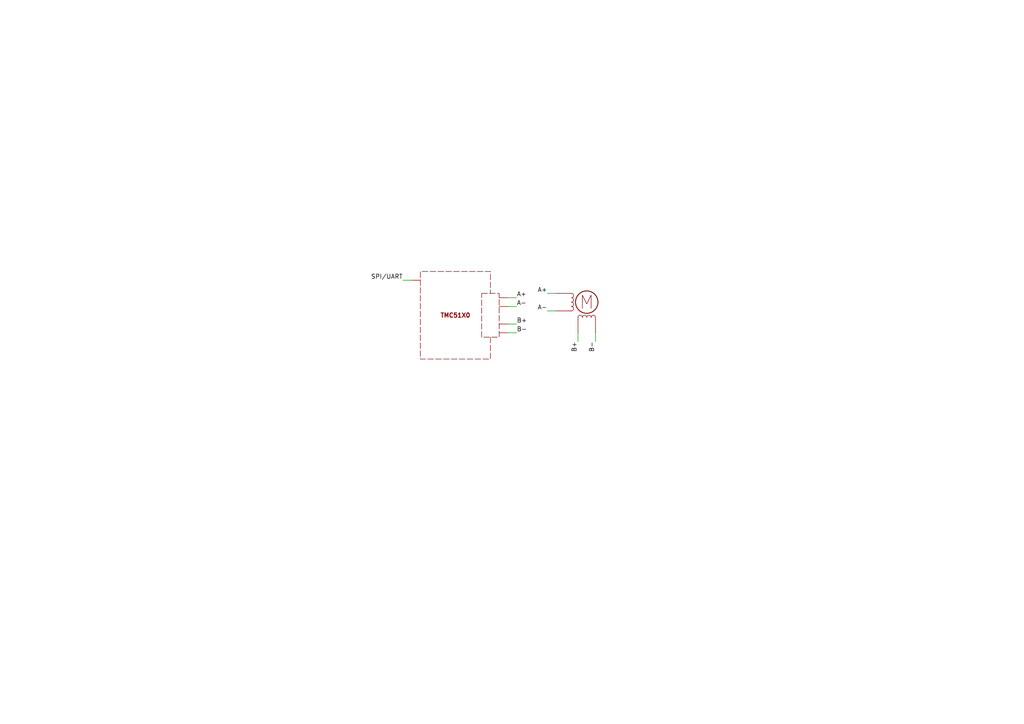
<source format=kicad_sch>
(kicad_sch (version 20230121) (generator eeschema)
  (paper "A4")
  (title_block (title "Trinamic Wiring") (date "2024-07-31") (rev "0.5") (company "Janelia Research Campus"))
  (lib_symbols
    (symbol "Janelia:Stepper_Motor_QSH2818-32-07-006" (pin_numbers hide) (pin_names (offset 0) hide)
      (symbol "Stepper_Motor_QSH2818-32-07-006_0_0"
        (polyline (pts (xy -1.27 -1.778) (xy -1.27 2.032) (xy 0 -0.508) (xy 1.27 2.032) (xy 1.27 -1.778)))
      )
      (symbol "Stepper_Motor_QSH2818-32-07-006_0_1"
        (arc (start -4.445 -2.54) (mid -3.8127 -1.905) (end -4.445 -1.27))
        (arc (start -4.445 -1.27) (mid -3.8127 -0.635) (end -4.445 0))
        (arc (start -4.445 0) (mid -3.8127 0.635) (end -4.445 1.27))
        (arc (start -4.445 1.27) (mid -3.8127 1.905) (end -4.445 2.54))
        (arc (start -1.27 -4.445) (mid -1.905 -3.8127) (end -2.54 -4.445))
        (arc (start 0 -4.445) (mid -0.635 -3.8127) (end -1.27 -4.445))
        (polyline (pts (xy -5.08 -2.54) (xy -4.445 -2.54)))
        (polyline (pts (xy -5.08 2.54) (xy -4.445 2.54)))
        (polyline (pts (xy -2.54 -5.08) (xy -2.54 -4.445)))
        (polyline (pts (xy 2.54 -5.08) (xy 2.54 -4.445)))
        (circle (center 0 0) (radius 3.2512) (stroke (width 0.254)))
        (arc (start 1.27 -4.445) (mid 0.635 -3.8127) (end 0 -4.445))
        (arc (start 2.54 -4.445) (mid 1.905 -3.8127) (end 1.27 -4.445))
      )
      (symbol "Stepper_Motor_QSH2818-32-07-006_1_1"
        (pin passive line (at -8.89 2.54 0) (length 3.81) (name "BLK") (number "A"))
        (pin passive line (at -8.89 -2.54 0) (length 3.81) (name "GRN") (number "A-"))
        (pin passive line (at -2.54 -8.89 90) (length 3.81) (name "RED") (number "B"))
        (pin passive line (at 2.54 -8.89 90) (length 3.81) (name "BLU") (number "B-"))
      )
    )
    (symbol "Janelia:TMC51X0_DOC" (pin_numbers hide) (pin_names (offset 1.016) hide)
      (symbol "TMC51X0_DOC_1_1"
        (polyline (pts (xy 10.16 -6.35) (xy 10.16 -12.7) (xy -10.16 -12.7) (xy -10.16 12.7) (xy 10.16 12.7) (xy 10.16 6.35)))
        (rectangle (start 7.62 6.35) (end 12.7 -6.35) (stroke (width 0) (type dash)))
        (text "TMC51X0" (at 0 0 0) (effects (font (size 1.27 1.27) bold)))
        (pin bidirectional line (at -12.7 10.16 0) (length 2.54) (name "SPI/UART") (number "0"))
        (pin input line (at -12.7 5.08 0) (length 2.54) hide (name "STEP") (number "1"))
        (pin input line (at -12.7 -5.08 0) (length 2.54) hide (name "AD1") (number "10"))
        (pin input line (at -12.7 2.54 0) (length 2.54) hide (name "DIR") (number "2"))
        (pin passive line (at 2.54 -15.24 90) (length 2.54) hide (name "BRA") (number "3"))
        (pin passive line (at 7.62 -15.24 90) (length 2.54) hide (name "BRB") (number "4"))
        (pin passive line (at 15.24 5.08 180) (length 2.54) (name "OA1") (number "5"))
        (pin passive line (at 15.24 2.54 180) (length 2.54) (name "OA2") (number "6"))
        (pin passive line (at 15.24 -2.54 180) (length 2.54) (name "OB1") (number "7"))
        (pin passive line (at 15.24 -5.08 180) (length 2.54) (name "OB2") (number "8"))
        (pin input line (at -12.7 -2.54 0) (length 2.54) hide (name "AD0") (number "9"))
      )
    )
  )
  (wire (pts (xy 149.86 93.98) (xy 147.32 93.98)))
  (wire (pts (xy 116.84 81.28) (xy 119.38 81.28)))
  (wire (pts (xy 158.75 85.09) (xy 161.29 85.09)))
  (wire (pts (xy 149.86 96.52) (xy 147.32 96.52)))
  (wire (pts (xy 158.75 90.17) (xy 161.29 90.17)))
  (wire (pts (xy 149.86 86.36) (xy 147.32 86.36)))
  (wire (pts (xy 172.72 99.06) (xy 172.72 96.52)))
  (wire (pts (xy 167.64 99.06) (xy 167.64 96.52)))
  (wire (pts (xy 149.86 88.9) (xy 147.32 88.9)))
  (label "B+" (at 167.64 99.06 270))
  (label "A-" (at 158.75 90.17 180))
  (label "B-" (at 149.86 96.52 0))
  (label "A+" (at 158.75 85.09 180))
  (label "A+" (at 149.86 86.36 0))
  (label "SPI{slash}UART" (at 116.84 81.28 180))
  (label "B+" (at 149.86 93.98 0))
  (label "B-" (at 172.72 99.06 270))
  (label "A-" (at 149.86 88.9 0))
  (symbol (lib_id "Janelia:Stepper_Motor_QSH2818-32-07-006") (at 170.18 87.63 0) (unit 1)
    (property "Reference" "M3" (effects hide))
    (property "Value" "Stepper_Motor_QSH2818-32-07-006" (effects hide))
    (property "Manufacturer" "Trinamic Motion Control" (effects hide))
    (property "Manufacturer Part Number" "QSH2818-32-07-006" (effects hide))
    (property "Vendor" "Digi-Key" (effects hide))
    (property "Vendor Part Number" "1460-1072-ND" (effects hide))
    (property "Sim.Enable" "0" (effects hide))
  )
  (symbol (lib_id "Janelia:TMC51X0_DOC") (at 132.08 91.44 0) (unit 1)
    (property "Reference" "TMC51X1" (effects hide))
    (property "Value" "TMC51X0_DOC" (effects hide))
    (property "Sim.Enable" "0" (effects hide))
  )
)
</source>
